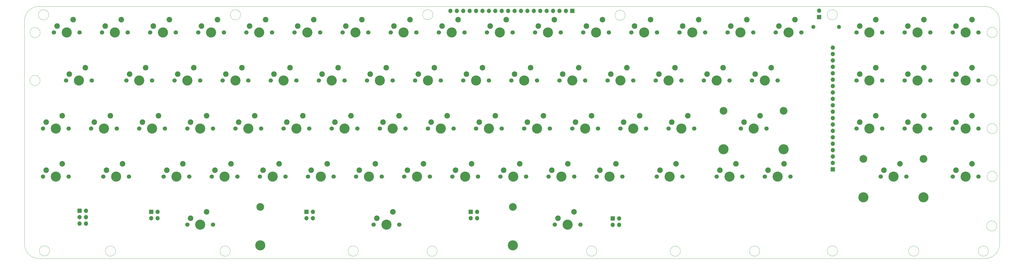
<source format=gbr>
G04 #@! TF.GenerationSoftware,KiCad,Pcbnew,7.0.1*
G04 #@! TF.CreationDate,2023-03-12T20:55:32-04:00*
G04 #@! TF.ProjectId,petkb,7065746b-622e-46b6-9963-61645f706362,B-V1-R2*
G04 #@! TF.SameCoordinates,Original*
G04 #@! TF.FileFunction,Soldermask,Bot*
G04 #@! TF.FilePolarity,Negative*
%FSLAX46Y46*%
G04 Gerber Fmt 4.6, Leading zero omitted, Abs format (unit mm)*
G04 Created by KiCad (PCBNEW 7.0.1) date 2023-03-12 20:55:32*
%MOMM*%
%LPD*%
G01*
G04 APERTURE LIST*
%ADD10C,3.050000*%
%ADD11C,4.000000*%
%ADD12C,1.700000*%
%ADD13C,2.200000*%
%ADD14O,1.700000X1.700000*%
%ADD15R,1.700000X1.700000*%
%ADD16O,1.600000X1.600000*%
%ADD17C,1.600000*%
G04 #@! TA.AperFunction,Profile*
%ADD18C,0.050000*%
G04 #@! TD*
G04 APERTURE END LIST*
D10*
X210337500Y-122286000D03*
X110337500Y-122286000D03*
D11*
X110337500Y-137526000D03*
X210337500Y-137526000D03*
D12*
X165417500Y-129286000D03*
X155257500Y-129286000D03*
D11*
X160337500Y-129286000D03*
D13*
X156527500Y-126746000D03*
X162877500Y-124206000D03*
D14*
X196189600Y-126746000D03*
X193649600Y-126746000D03*
X196189600Y-124206000D03*
D15*
X193649600Y-124206000D03*
D14*
X252425200Y-129438400D03*
X249885200Y-129438400D03*
X252425200Y-126898400D03*
D15*
X249885200Y-126898400D03*
D14*
X331571600Y-44450000D03*
D15*
X331571600Y-46990000D03*
D14*
X41402000Y-128930400D03*
X38862000Y-128930400D03*
X41402000Y-126390400D03*
X38862000Y-126390400D03*
X41402000Y-123850400D03*
D15*
X38862000Y-123850400D03*
D14*
X131165600Y-126746000D03*
X128625600Y-126746000D03*
X131165600Y-124206000D03*
D15*
X128625600Y-124206000D03*
D14*
X69748400Y-126796800D03*
X67208400Y-126796800D03*
X69748400Y-124256800D03*
D15*
X67208400Y-124256800D03*
D16*
X339496400Y-50901600D03*
D17*
X329336400Y-50901600D03*
D12*
X356616000Y-53086000D03*
X346456000Y-53086000D03*
D11*
X351536000Y-53086000D03*
D13*
X347726000Y-50546000D03*
X354076000Y-48006000D03*
D12*
X320294000Y-110236000D03*
X310134000Y-110236000D03*
D11*
X315214000Y-110236000D03*
D13*
X311404000Y-107696000D03*
X317754000Y-105156000D03*
D10*
X317589000Y-84186000D03*
X293789000Y-84186000D03*
D11*
X293789000Y-99426000D03*
X317589000Y-99426000D03*
D12*
X310769000Y-91186000D03*
X300609000Y-91186000D03*
D11*
X305689000Y-91186000D03*
D13*
X301879000Y-88646000D03*
X308229000Y-86106000D03*
X392176000Y-86106000D03*
X385826000Y-88646000D03*
D11*
X389636000Y-91186000D03*
D12*
X384556000Y-91186000D03*
X394716000Y-91186000D03*
X324612000Y-53086000D03*
X314452000Y-53086000D03*
D11*
X319532000Y-53086000D03*
D13*
X315722000Y-50546000D03*
X322072000Y-48006000D03*
X245872000Y-48006000D03*
X239522000Y-50546000D03*
D11*
X243332000Y-53086000D03*
D12*
X238252000Y-53086000D03*
X248412000Y-53086000D03*
D14*
X336994500Y-59118500D03*
X336994500Y-61658500D03*
X336994500Y-64198500D03*
X336994500Y-66738500D03*
X336994500Y-69278500D03*
X336994500Y-71818500D03*
X336994500Y-74358500D03*
X336994500Y-76898500D03*
X336994500Y-79438500D03*
X336994500Y-81978500D03*
X336994500Y-84518500D03*
X336994500Y-87058500D03*
X336994500Y-89598500D03*
X336994500Y-92138500D03*
X336994500Y-94678500D03*
X336994500Y-97218500D03*
X336994500Y-99758500D03*
X336994500Y-102298500D03*
X336994500Y-104838500D03*
D15*
X336994500Y-107378500D03*
D12*
X91630500Y-129286000D03*
X81470500Y-129286000D03*
D11*
X86550500Y-129286000D03*
D13*
X82740500Y-126746000D03*
X89090500Y-124206000D03*
D14*
X185623200Y-44602400D03*
X188163200Y-44602400D03*
X190703200Y-44602400D03*
X193243200Y-44602400D03*
X195783200Y-44602400D03*
X198323200Y-44602400D03*
X200863200Y-44602400D03*
X203403200Y-44602400D03*
X205943200Y-44602400D03*
X208483200Y-44602400D03*
X211023200Y-44602400D03*
X213563200Y-44602400D03*
X216103200Y-44602400D03*
X218643200Y-44602400D03*
X221183200Y-44602400D03*
X223723200Y-44602400D03*
X226263200Y-44602400D03*
X228803200Y-44602400D03*
X231343200Y-44602400D03*
D15*
X233883200Y-44602400D03*
D12*
X219964000Y-72136000D03*
X209804000Y-72136000D03*
D11*
X214884000Y-72136000D03*
D13*
X211074000Y-69596000D03*
X217424000Y-67056000D03*
D12*
X239014000Y-72136000D03*
X228854000Y-72136000D03*
D11*
X233934000Y-72136000D03*
D13*
X230124000Y-69596000D03*
X236474000Y-67056000D03*
D12*
X177546000Y-110236000D03*
X167386000Y-110236000D03*
D11*
X172466000Y-110236000D03*
D13*
X168656000Y-107696000D03*
X175006000Y-105156000D03*
D12*
X244094000Y-91186000D03*
X233934000Y-91186000D03*
D11*
X239014000Y-91186000D03*
D13*
X235204000Y-88646000D03*
X241554000Y-86106000D03*
X222504000Y-86106000D03*
X216154000Y-88646000D03*
D11*
X219964000Y-91186000D03*
D12*
X214884000Y-91186000D03*
X225044000Y-91186000D03*
X237109000Y-129286000D03*
X226949000Y-129286000D03*
D11*
X232029000Y-129286000D03*
D13*
X228219000Y-126746000D03*
X234569000Y-124206000D03*
D12*
X72644000Y-91186000D03*
X62484000Y-91186000D03*
D11*
X67564000Y-91186000D03*
D13*
X63754000Y-88646000D03*
X70104000Y-86106000D03*
D12*
X394716000Y-110236000D03*
X384556000Y-110236000D03*
D11*
X389636000Y-110236000D03*
D13*
X385826000Y-107696000D03*
X392176000Y-105156000D03*
D12*
X53594000Y-91186000D03*
X43434000Y-91186000D03*
D11*
X48514000Y-91186000D03*
D13*
X44704000Y-88646000D03*
X51054000Y-86106000D03*
D12*
X124714000Y-72136000D03*
X114554000Y-72136000D03*
D11*
X119634000Y-72136000D03*
D13*
X115824000Y-69596000D03*
X122174000Y-67056000D03*
X198374000Y-67056000D03*
X192024000Y-69596000D03*
D11*
X195834000Y-72136000D03*
D12*
X190754000Y-72136000D03*
X200914000Y-72136000D03*
D13*
X103124000Y-67056000D03*
X96774000Y-69596000D03*
D11*
X100584000Y-72136000D03*
D12*
X95504000Y-72136000D03*
X105664000Y-72136000D03*
D13*
X312674000Y-67056000D03*
X306324000Y-69596000D03*
D11*
X310134000Y-72136000D03*
D12*
X305054000Y-72136000D03*
X315214000Y-72136000D03*
X277114000Y-72136000D03*
X266954000Y-72136000D03*
D11*
X272034000Y-72136000D03*
D13*
X268224000Y-69596000D03*
X274574000Y-67056000D03*
D12*
X67564000Y-72136000D03*
X57404000Y-72136000D03*
D11*
X62484000Y-72136000D03*
D13*
X58674000Y-69596000D03*
X65024000Y-67056000D03*
X84074000Y-67056000D03*
X77724000Y-69596000D03*
D11*
X81534000Y-72136000D03*
D12*
X76454000Y-72136000D03*
X86614000Y-72136000D03*
D13*
X160274000Y-67056000D03*
X153924000Y-69596000D03*
D11*
X157734000Y-72136000D03*
D12*
X152654000Y-72136000D03*
X162814000Y-72136000D03*
X258064000Y-72136000D03*
X247904000Y-72136000D03*
D11*
X252984000Y-72136000D03*
D13*
X249174000Y-69596000D03*
X255524000Y-67056000D03*
X179324000Y-67056000D03*
X172974000Y-69596000D03*
D11*
X176784000Y-72136000D03*
D12*
X171704000Y-72136000D03*
X181864000Y-72136000D03*
X143764000Y-72136000D03*
X133604000Y-72136000D03*
D11*
X138684000Y-72136000D03*
D13*
X134874000Y-69596000D03*
X141224000Y-67056000D03*
D12*
X296164000Y-72136000D03*
X286004000Y-72136000D03*
D11*
X291084000Y-72136000D03*
D13*
X287274000Y-69596000D03*
X293624000Y-67056000D03*
D12*
X43688000Y-72136000D03*
X33528000Y-72136000D03*
D11*
X38608000Y-72136000D03*
D13*
X34798000Y-69596000D03*
X41148000Y-67056000D03*
D12*
X58420000Y-110236000D03*
X48260000Y-110236000D03*
D11*
X53340000Y-110236000D03*
D13*
X49530000Y-107696000D03*
X55880000Y-105156000D03*
D12*
X277495000Y-110236000D03*
X267335000Y-110236000D03*
D11*
X272415000Y-110236000D03*
D13*
X268605000Y-107696000D03*
X274955000Y-105156000D03*
D10*
X372961000Y-103236000D03*
X349161000Y-103236000D03*
D11*
X349161000Y-118476000D03*
X372961000Y-118476000D03*
D12*
X366141000Y-110236000D03*
X355981000Y-110236000D03*
D11*
X361061000Y-110236000D03*
D13*
X357251000Y-107696000D03*
X363601000Y-105156000D03*
X207772000Y-48006000D03*
X201422000Y-50546000D03*
D11*
X205232000Y-53086000D03*
D12*
X200152000Y-53086000D03*
X210312000Y-53086000D03*
X153162000Y-53086000D03*
X143002000Y-53086000D03*
D11*
X148082000Y-53086000D03*
D13*
X144272000Y-50546000D03*
X150622000Y-48006000D03*
X93472000Y-48006000D03*
X87122000Y-50546000D03*
D11*
X90932000Y-53086000D03*
D12*
X85852000Y-53086000D03*
X96012000Y-53086000D03*
X38862000Y-53086000D03*
X28702000Y-53086000D03*
D11*
X33782000Y-53086000D03*
D13*
X29972000Y-50546000D03*
X36322000Y-48006000D03*
X354076000Y-86106000D03*
X347726000Y-88646000D03*
D11*
X351536000Y-91186000D03*
D12*
X346456000Y-91186000D03*
X356616000Y-91186000D03*
X253746000Y-110236000D03*
X243586000Y-110236000D03*
D11*
X248666000Y-110236000D03*
D13*
X244856000Y-107696000D03*
X251206000Y-105156000D03*
X194056000Y-105156000D03*
X187706000Y-107696000D03*
D11*
X191516000Y-110236000D03*
D12*
X186436000Y-110236000D03*
X196596000Y-110236000D03*
D13*
X98806000Y-105156000D03*
X92456000Y-107696000D03*
D11*
X96266000Y-110236000D03*
D12*
X91186000Y-110236000D03*
X101346000Y-110236000D03*
X34544000Y-110236000D03*
X24384000Y-110236000D03*
D11*
X29464000Y-110236000D03*
D13*
X25654000Y-107696000D03*
X32004000Y-105156000D03*
X373126000Y-86106000D03*
X366776000Y-88646000D03*
D11*
X370586000Y-91186000D03*
D12*
X365506000Y-91186000D03*
X375666000Y-91186000D03*
X301244000Y-110236000D03*
X291084000Y-110236000D03*
D11*
X296164000Y-110236000D03*
D13*
X292354000Y-107696000D03*
X298704000Y-105156000D03*
X213106000Y-105156000D03*
X206756000Y-107696000D03*
D11*
X210566000Y-110236000D03*
D12*
X205486000Y-110236000D03*
X215646000Y-110236000D03*
D13*
X136906000Y-105156000D03*
X130556000Y-107696000D03*
D11*
X134366000Y-110236000D03*
D12*
X129286000Y-110236000D03*
X139446000Y-110236000D03*
X82296000Y-110236000D03*
X72136000Y-110236000D03*
D11*
X77216000Y-110236000D03*
D13*
X73406000Y-107696000D03*
X79756000Y-105156000D03*
X232156000Y-105156000D03*
X225806000Y-107696000D03*
D11*
X229616000Y-110236000D03*
D12*
X224536000Y-110236000D03*
X234696000Y-110236000D03*
X158496000Y-110236000D03*
X148336000Y-110236000D03*
D11*
X153416000Y-110236000D03*
D13*
X149606000Y-107696000D03*
X155956000Y-105156000D03*
X117856000Y-105156000D03*
X111506000Y-107696000D03*
D11*
X115316000Y-110236000D03*
D12*
X110236000Y-110236000D03*
X120396000Y-110236000D03*
D13*
X354076000Y-67056000D03*
X347726000Y-69596000D03*
D11*
X351536000Y-72136000D03*
D12*
X346456000Y-72136000D03*
X356616000Y-72136000D03*
D13*
X392176000Y-67056000D03*
X385826000Y-69596000D03*
D11*
X389636000Y-72136000D03*
D12*
X384556000Y-72136000D03*
X394716000Y-72136000D03*
X263144000Y-91186000D03*
X252984000Y-91186000D03*
D11*
X258064000Y-91186000D03*
D13*
X254254000Y-88646000D03*
X260604000Y-86106000D03*
X184404000Y-86106000D03*
X178054000Y-88646000D03*
D11*
X181864000Y-91186000D03*
D12*
X176784000Y-91186000D03*
X186944000Y-91186000D03*
X148844000Y-91186000D03*
X138684000Y-91186000D03*
D11*
X143764000Y-91186000D03*
D13*
X139954000Y-88646000D03*
X146304000Y-86106000D03*
X108204000Y-86106000D03*
X101854000Y-88646000D03*
D11*
X105664000Y-91186000D03*
D12*
X100584000Y-91186000D03*
X110744000Y-91186000D03*
D13*
X373126000Y-67056000D03*
X366776000Y-69596000D03*
D11*
X370586000Y-72136000D03*
D12*
X365506000Y-72136000D03*
X375666000Y-72136000D03*
D13*
X203454000Y-86106000D03*
X197104000Y-88646000D03*
D11*
X200914000Y-91186000D03*
D12*
X195834000Y-91186000D03*
X205994000Y-91186000D03*
X282194000Y-91186000D03*
X272034000Y-91186000D03*
D11*
X277114000Y-91186000D03*
D13*
X273304000Y-88646000D03*
X279654000Y-86106000D03*
X165354000Y-86106000D03*
X159004000Y-88646000D03*
D11*
X162814000Y-91186000D03*
D12*
X157734000Y-91186000D03*
X167894000Y-91186000D03*
X129794000Y-91186000D03*
X119634000Y-91186000D03*
D11*
X124714000Y-91186000D03*
D13*
X120904000Y-88646000D03*
X127254000Y-86106000D03*
X89154000Y-86106000D03*
X82804000Y-88646000D03*
D11*
X86614000Y-91186000D03*
D12*
X81534000Y-91186000D03*
X91694000Y-91186000D03*
X34544000Y-91186000D03*
X24384000Y-91186000D03*
D11*
X29464000Y-91186000D03*
D13*
X25654000Y-88646000D03*
X32004000Y-86106000D03*
X392176000Y-48006000D03*
X385826000Y-50546000D03*
D11*
X389636000Y-53086000D03*
D12*
X384556000Y-53086000D03*
X394716000Y-53086000D03*
D13*
X283972000Y-48006000D03*
X277622000Y-50546000D03*
D11*
X281432000Y-53086000D03*
D12*
X276352000Y-53086000D03*
X286512000Y-53086000D03*
D13*
X226822000Y-48006000D03*
X220472000Y-50546000D03*
D11*
X224282000Y-53086000D03*
D12*
X219202000Y-53086000D03*
X229362000Y-53086000D03*
X172212000Y-53086000D03*
X162052000Y-53086000D03*
D11*
X167132000Y-53086000D03*
D13*
X163322000Y-50546000D03*
X169672000Y-48006000D03*
X112522000Y-48006000D03*
X106172000Y-50546000D03*
D11*
X109982000Y-53086000D03*
D12*
X104902000Y-53086000D03*
X115062000Y-53086000D03*
X57912000Y-53086000D03*
X47752000Y-53086000D03*
D11*
X52832000Y-53086000D03*
D13*
X49022000Y-50546000D03*
X55372000Y-48006000D03*
X303022000Y-48006000D03*
X296672000Y-50546000D03*
D11*
X300482000Y-53086000D03*
D12*
X295402000Y-53086000D03*
X305562000Y-53086000D03*
X375666000Y-53086000D03*
X365506000Y-53086000D03*
D11*
X370586000Y-53086000D03*
D13*
X366776000Y-50546000D03*
X373126000Y-48006000D03*
X264922000Y-48006000D03*
X258572000Y-50546000D03*
D11*
X262382000Y-53086000D03*
D12*
X257302000Y-53086000D03*
X267462000Y-53086000D03*
X191262000Y-53086000D03*
X181102000Y-53086000D03*
D11*
X186182000Y-53086000D03*
D13*
X182372000Y-50546000D03*
X188722000Y-48006000D03*
X131572000Y-48006000D03*
X125222000Y-50546000D03*
D11*
X129032000Y-53086000D03*
D12*
X123952000Y-53086000D03*
X134112000Y-53086000D03*
X76962000Y-53086000D03*
X66802000Y-53086000D03*
D11*
X71882000Y-53086000D03*
D13*
X68072000Y-50546000D03*
X74422000Y-48006000D03*
D18*
X398676494Y-139801600D02*
G75*
G03*
X398676494Y-139801600I-2030094J0D01*
G01*
X254861694Y-46276894D02*
G75*
G03*
X254861694Y-46276894I-2030094J0D01*
G01*
X178712494Y-46073694D02*
G75*
G03*
X178712494Y-46073694I-2030094J0D01*
G01*
X26617294Y-46126400D02*
G75*
G03*
X26617294Y-46126400I-2030094J0D01*
G01*
X98501200Y-139801600D02*
G75*
G03*
X98501200Y-139801600I-2030094J0D01*
G01*
X149197694Y-139801600D02*
G75*
G03*
X149197694Y-139801600I-2030094J0D01*
G01*
X276705694Y-139852400D02*
G75*
G03*
X276705694Y-139852400I-2030094J0D01*
G01*
X338935694Y-139750800D02*
G75*
G03*
X338935694Y-139750800I-2030094J0D01*
G01*
X243584094Y-139801600D02*
G75*
G03*
X243584094Y-139801600I-2030094J0D01*
G01*
X371092094Y-139801600D02*
G75*
G03*
X371092094Y-139801600I-2030094J0D01*
G01*
X308100094Y-139801600D02*
G75*
G03*
X308100094Y-139801600I-2030094J0D01*
G01*
X180439694Y-139852400D02*
G75*
G03*
X180439694Y-139852400I-2030094J0D01*
G01*
X53084094Y-139801600D02*
G75*
G03*
X53084094Y-139801600I-2030094J0D01*
G01*
X26972894Y-139700000D02*
G75*
G03*
X26972894Y-139700000I-2030094J0D01*
G01*
X23213694Y-72136000D02*
G75*
G03*
X23213694Y-72136000I-2030094J0D01*
G01*
X23264494Y-53187600D02*
G75*
G03*
X23264494Y-53187600I-2030094J0D01*
G01*
X102563294Y-46126400D02*
G75*
G03*
X102563294Y-46126400I-2030094J0D01*
G01*
X338884894Y-46126400D02*
G75*
G03*
X338884894Y-46126400I-2030094J0D01*
G01*
X401978494Y-129844800D02*
G75*
G03*
X401978494Y-129844800I-2030094J0D01*
G01*
X402130894Y-110236000D02*
G75*
G03*
X402130894Y-110236000I-2030094J0D01*
G01*
X402130894Y-91236800D02*
G75*
G03*
X402130894Y-91236800I-2030094J0D01*
G01*
X402130894Y-72136000D02*
G75*
G03*
X402130894Y-72136000I-2030094J0D01*
G01*
X402132800Y-53136800D02*
G75*
G03*
X402132800Y-53136800I-2030094J0D01*
G01*
X22860000Y-42773600D02*
X397256000Y-42773600D01*
X17018000Y-136956800D02*
X17018000Y-48615600D01*
X397256000Y-142798800D02*
X22860000Y-142798800D01*
X403098000Y-136956800D02*
X403098000Y-123545600D01*
X403098000Y-48615600D02*
X403098000Y-123545600D01*
X22860000Y-42773600D02*
G75*
G03*
X17018000Y-48615600I0J-5842000D01*
G01*
X17018000Y-136956800D02*
G75*
G03*
X22860000Y-142798800I5842000J0D01*
G01*
X397256000Y-142798800D02*
G75*
G03*
X403098000Y-136956800I0J5842000D01*
G01*
X403098000Y-48615600D02*
G75*
G03*
X397256000Y-42773600I-5842000J0D01*
G01*
M02*

</source>
